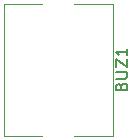
<source format=gto>
%TF.GenerationSoftware,KiCad,Pcbnew,(6.99.0-5337-gc57e6db79a-dirty)*%
%TF.CreationDate,2023-02-22T22:32:12-05:00*%
%TF.ProjectId,at101w,61743130-3177-42e6-9b69-6361645f7063,rev?*%
%TF.SameCoordinates,Original*%
%TF.FileFunction,Legend,Top*%
%TF.FilePolarity,Positive*%
%FSLAX46Y46*%
G04 Gerber Fmt 4.6, Leading zero omitted, Abs format (unit mm)*
G04 Created by KiCad (PCBNEW (6.99.0-5337-gc57e6db79a-dirty)) date 2023-02-22 22:32:12*
%MOMM*%
%LPD*%
G01*
G04 APERTURE LIST*
%ADD10C,0.150000*%
%ADD11C,0.120000*%
%ADD12C,6.350000*%
%ADD13R,2.200000X2.200000*%
%ADD14O,1.070000X1.800000*%
%ADD15R,1.070000X1.800000*%
G04 APERTURE END LIST*
D10*
X373548571Y-43239761D02*
X373596190Y-43096904D01*
X373596190Y-43096904D02*
X373643809Y-43049285D01*
X373643809Y-43049285D02*
X373739047Y-43001666D01*
X373739047Y-43001666D02*
X373881904Y-43001666D01*
X373881904Y-43001666D02*
X373977142Y-43049285D01*
X373977142Y-43049285D02*
X374024761Y-43096904D01*
X374024761Y-43096904D02*
X374072380Y-43192142D01*
X374072380Y-43192142D02*
X374072380Y-43573094D01*
X374072380Y-43573094D02*
X373072380Y-43573094D01*
X373072380Y-43573094D02*
X373072380Y-43239761D01*
X373072380Y-43239761D02*
X373120000Y-43144523D01*
X373120000Y-43144523D02*
X373167619Y-43096904D01*
X373167619Y-43096904D02*
X373262857Y-43049285D01*
X373262857Y-43049285D02*
X373358095Y-43049285D01*
X373358095Y-43049285D02*
X373453333Y-43096904D01*
X373453333Y-43096904D02*
X373500952Y-43144523D01*
X373500952Y-43144523D02*
X373548571Y-43239761D01*
X373548571Y-43239761D02*
X373548571Y-43573094D01*
X373072380Y-42573094D02*
X373881904Y-42573094D01*
X373881904Y-42573094D02*
X373977142Y-42525475D01*
X373977142Y-42525475D02*
X374024761Y-42477856D01*
X374024761Y-42477856D02*
X374072380Y-42382618D01*
X374072380Y-42382618D02*
X374072380Y-42192142D01*
X374072380Y-42192142D02*
X374024761Y-42096904D01*
X374024761Y-42096904D02*
X373977142Y-42049285D01*
X373977142Y-42049285D02*
X373881904Y-42001666D01*
X373881904Y-42001666D02*
X373072380Y-42001666D01*
X373072380Y-41620713D02*
X373072380Y-40954047D01*
X373072380Y-40954047D02*
X374072380Y-41620713D01*
X374072380Y-41620713D02*
X374072380Y-40954047D01*
X374072380Y-40049285D02*
X374072380Y-40620713D01*
X374072380Y-40334999D02*
X373072380Y-40334999D01*
X373072380Y-40334999D02*
X373215238Y-40430237D01*
X373215238Y-40430237D02*
X373310476Y-40525475D01*
X373310476Y-40525475D02*
X373358095Y-40620713D01*
D11*
X363605000Y-47435000D02*
X363605000Y-36235000D01*
X366855000Y-47435000D02*
X363605000Y-47435000D01*
X372805000Y-47435000D02*
X369555000Y-47435000D01*
X363605000Y-36235000D02*
X366855000Y-36235000D01*
X369555000Y-36235000D02*
X372805000Y-36235000D01*
X372805000Y-36235000D02*
X372805000Y-47435000D01*
%LPC*%
D12*
X57150000Y-38100000D03*
X180975000Y-38100000D03*
X349845313Y-38100000D03*
X330795313Y-95250000D03*
X353218750Y-104775000D03*
D13*
X368204999Y-48434999D03*
X368204999Y-35234999D03*
D14*
X399862812Y-23344999D03*
X402402812Y-23344999D03*
D15*
X401132812Y-23344999D03*
D14*
X398592812Y-23344999D03*
X425262812Y-23344999D03*
X427802812Y-23344999D03*
D15*
X426532812Y-23344999D03*
D14*
X423992812Y-23344999D03*
X374462799Y-23344999D03*
X377002799Y-23344999D03*
D15*
X375732799Y-23344999D03*
D14*
X373192799Y-23344999D03*
M02*

</source>
